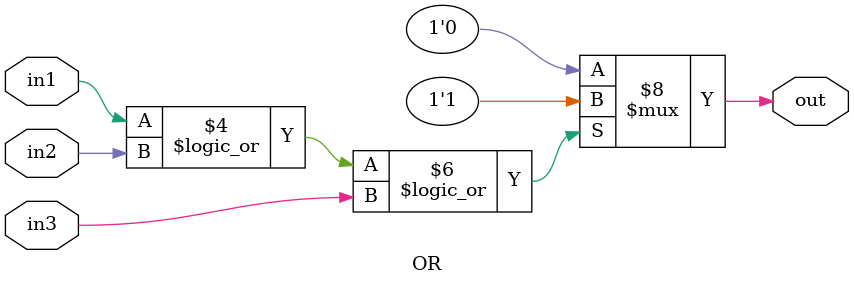
<source format=v>
module OR(in1, in2, in3,  out);
input in1, in2, in3;
output reg out;
always@(in1, in2)
begin
    if(in1 == 1'b1 || in2 == 1'b1 || in3 == 1'b1)
        out = 1'b1;
    else
        out = 1'b0;
end
endmodule
</source>
